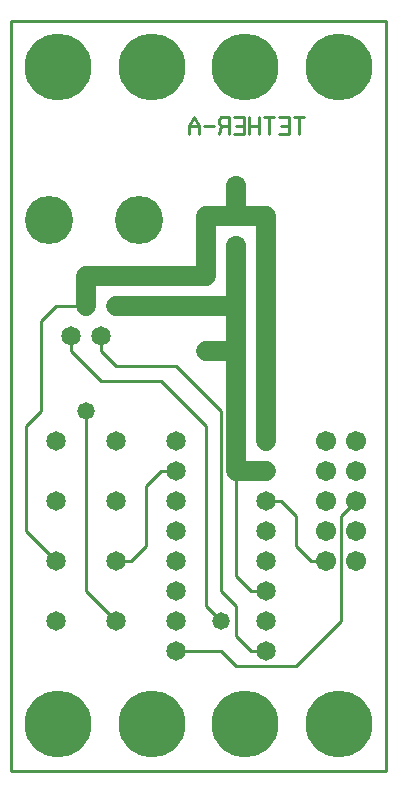
<source format=gbl>
%MOIN*%
%FSLAX25Y25*%
G04 D10 used for Character Trace; *
G04     Circle (OD=.01000) (No hole)*
G04 D11 used for Power Trace; *
G04     Circle (OD=.06700) (No hole)*
G04 D12 used for Signal Trace; *
G04     Circle (OD=.01100) (No hole)*
G04 D13 used for Via; *
G04     Circle (OD=.05800) (Round. Hole ID=.02800)*
G04 D14 used for Component hole; *
G04     Circle (OD=.06500) (Round. Hole ID=.03500)*
G04 D15 used for Component hole; *
G04     Circle (OD=.06700) (Round. Hole ID=.04300)*
G04 D16 used for Component hole; *
G04     Circle (OD=.08100) (Round. Hole ID=.05100)*
G04 D17 used for Component hole; *
G04     Circle (OD=.08900) (Round. Hole ID=.05900)*
G04 D18 used for Component hole; *
G04     Circle (OD=.11300) (Round. Hole ID=.08300)*
G04 D19 used for Component hole; *
G04     Circle (OD=.16000) (Round. Hole ID=.13000)*
G04 D20 used for Component hole; *
G04     Circle (OD=.18300) (Round. Hole ID=.15300)*
G04 D21 used for Component hole; *
G04     Circle (OD=.22291) (Round. Hole ID=.19291)*
%ADD10C,.01000*%
%ADD11C,.06700*%
%ADD12C,.01100*%
%ADD13C,.05800*%
%ADD14C,.06500*%
%ADD15C,.06700*%
%ADD16C,.08100*%
%ADD17C,.08900*%
%ADD18C,.11300*%
%ADD19C,.16000*%
%ADD20C,.18300*%
%ADD21C,.22291*%
%IPPOS*%
%LPD*%
G90*X0Y0D02*D21*X15625Y15625D03*X46875D03*D14*    
X35000Y50000D03*D12*X25000Y60000D01*Y120000D01*   
D13*D03*D14*X35000Y110000D03*X15000D03*D12*       
X30000Y130000D02*X50000D01*X65000Y115000D01*      
Y55000D01*X70000Y50000D01*D13*D03*D12*            
X80000Y40000D02*X75000Y45000D01*X80000Y40000D02*  
X85000D01*D14*D03*D12*X75000Y35000D02*X95000D01*  
X75000D02*X70000Y40000D01*X55000D01*D14*D03*      
Y50000D03*D12*X75000Y55000D02*X70000Y60000D01*    
X75000Y45000D02*Y55000D01*D14*X85000Y50000D03*    
Y60000D03*D12*X80000D01*X75000Y65000D01*          
Y100000D01*D11*X85000D01*D14*D03*Y110000D03*D11*  
Y140000D01*D14*D03*D11*Y185000D01*X75000D01*      
X65000D01*Y165000D01*X25000D01*Y155000D01*D14*D03*
D12*X15000D01*X10000Y150000D01*Y120000D01*        
X5000Y115000D01*Y80000D01*X15000Y70000D01*D14*D03*
X35000Y90000D03*Y70000D03*D12*X40000D01*          
X45000Y75000D01*Y95000D01*X50000Y100000D01*       
X55000D01*D14*D03*Y110000D03*Y90000D03*D12*       
X70000Y60000D02*Y120000D01*D14*X55000Y70000D03*   
Y60000D03*X85000Y70000D03*Y80000D03*X55000D03*D12*
X95000Y35000D02*X110000Y50000D01*Y85000D01*       
X115000Y90000D01*D15*D03*X105000Y100000D03*       
Y80000D03*X115000Y100000D03*X105000Y90000D03*     
X115000Y80000D03*D12*X100000Y70000D02*X105000D01* 
D15*D03*D12*X100000D02*X95000Y75000D01*Y85000D01* 
X90000Y90000D01*X85000D01*D14*D03*D11*            
X75000Y100000D02*Y140000D01*X65000D01*D14*D03*D11*
X75000D02*Y155000D01*X35000D01*D14*D03*           
X30000Y145000D03*D12*Y140000D01*X35000Y135000D01* 
X55000D01*X70000Y120000D01*D15*X105000Y110000D03* 
D11*X75000Y155000D02*Y175000D01*D15*D03*D11*      
Y185000D02*Y195000D01*D15*D03*D10*                
X95837Y212129D02*Y217871D01*X97511D02*X94163D01*  
X89163Y212129D02*X92511D01*Y217871D01*X89163D01*  
X92511Y215000D02*X90000D01*X85837Y212129D02*      
Y217871D01*X87511D02*X84163D01*X82511Y212129D02*  
Y217871D01*X79163Y212129D02*Y217871D01*           
X82511Y215000D02*X79163D01*X74163Y212129D02*      
X77511D01*Y217871D01*X74163D01*X77511Y215000D02*  
X75000D01*X72511Y212129D02*Y217871D01*X70000D01*  
X69163Y216914D01*Y215957D01*X70000Y215000D01*     
X72511D01*X70000D02*X69163Y212129D01*             
X67511Y215000D02*X64163D01*X62511Y212129D02*      
Y215000D01*X60837Y217871D01*X59163Y215000D01*     
Y212129D01*X62511Y215000D02*X59163D01*D19*        
X42500Y183500D03*D21*X109375Y234375D03*X78125D03* 
X46875D03*D12*X30000Y130000D02*X20000Y140000D01*  
Y145000D01*D14*D03*D19*X12500Y183500D03*D14*      
X15000Y90000D03*D21*X15625Y234375D03*D15*         
X115000Y70000D03*Y110000D03*D14*X15000Y50000D03*  
D12*X125000Y0D02*Y250000D01*X0Y0D02*X125000D01*   
X0D02*Y250000D01*X125000D01*D21*X78125Y15625D03*  
X109375D03*M02*                                   

</source>
